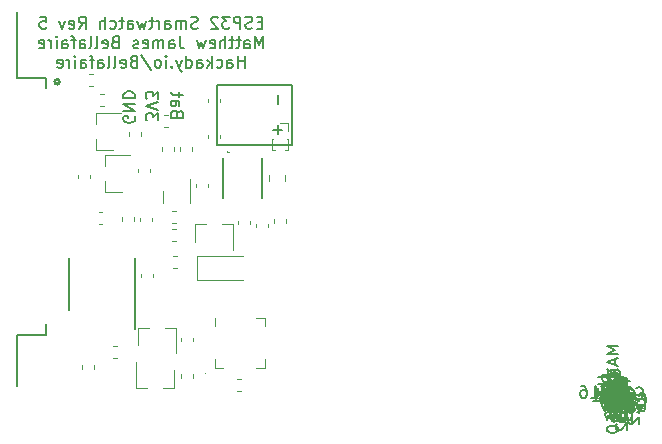
<source format=gbr>
G04 #@! TF.GenerationSoftware,KiCad,Pcbnew,(5.1.7)-1*
G04 #@! TF.CreationDate,2021-01-26T15:50:25-05:00*
G04 #@! TF.ProjectId,SmartWatch V5,536d6172-7457-4617-9463-682056352e6b,rev?*
G04 #@! TF.SameCoordinates,Original*
G04 #@! TF.FileFunction,Legend,Bot*
G04 #@! TF.FilePolarity,Positive*
%FSLAX46Y46*%
G04 Gerber Fmt 4.6, Leading zero omitted, Abs format (unit mm)*
G04 Created by KiCad (PCBNEW (5.1.7)-1) date 2021-01-26 15:50:25*
%MOMM*%
%LPD*%
G01*
G04 APERTURE LIST*
%ADD10C,0.150000*%
%ADD11C,0.120000*%
%ADD12C,0.152400*%
%ADD13C,0.100000*%
%ADD14C,0.127000*%
%ADD15C,0.250000*%
%ADD16C,0.015000*%
G04 APERTURE END LIST*
D10*
X91432000Y-74675904D02*
X91479619Y-74771142D01*
X91479619Y-74914000D01*
X91432000Y-75056857D01*
X91336761Y-75152095D01*
X91241523Y-75199714D01*
X91051047Y-75247333D01*
X90908190Y-75247333D01*
X90717714Y-75199714D01*
X90622476Y-75152095D01*
X90527238Y-75056857D01*
X90479619Y-74914000D01*
X90479619Y-74818761D01*
X90527238Y-74675904D01*
X90574857Y-74628285D01*
X90908190Y-74628285D01*
X90908190Y-74818761D01*
X90479619Y-74199714D02*
X91479619Y-74199714D01*
X90479619Y-73628285D01*
X91479619Y-73628285D01*
X90479619Y-73152095D02*
X91479619Y-73152095D01*
X91479619Y-72914000D01*
X91432000Y-72771142D01*
X91336761Y-72675904D01*
X91241523Y-72628285D01*
X91051047Y-72580666D01*
X90908190Y-72580666D01*
X90717714Y-72628285D01*
X90622476Y-72675904D01*
X90527238Y-72771142D01*
X90479619Y-72914000D01*
X90479619Y-73152095D01*
X93384619Y-75025095D02*
X93384619Y-74406047D01*
X93003666Y-74739380D01*
X93003666Y-74596523D01*
X92956047Y-74501285D01*
X92908428Y-74453666D01*
X92813190Y-74406047D01*
X92575095Y-74406047D01*
X92479857Y-74453666D01*
X92432238Y-74501285D01*
X92384619Y-74596523D01*
X92384619Y-74882238D01*
X92432238Y-74977476D01*
X92479857Y-75025095D01*
X93384619Y-74120333D02*
X92384619Y-73787000D01*
X93384619Y-73453666D01*
X93384619Y-73215571D02*
X93384619Y-72596523D01*
X93003666Y-72929857D01*
X93003666Y-72787000D01*
X92956047Y-72691761D01*
X92908428Y-72644142D01*
X92813190Y-72596523D01*
X92575095Y-72596523D01*
X92479857Y-72644142D01*
X92432238Y-72691761D01*
X92384619Y-72787000D01*
X92384619Y-73072714D01*
X92432238Y-73167952D01*
X92479857Y-73215571D01*
X95067428Y-74453666D02*
X95019809Y-74310809D01*
X94972190Y-74263190D01*
X94876952Y-74215571D01*
X94734095Y-74215571D01*
X94638857Y-74263190D01*
X94591238Y-74310809D01*
X94543619Y-74406047D01*
X94543619Y-74787000D01*
X95543619Y-74787000D01*
X95543619Y-74453666D01*
X95496000Y-74358428D01*
X95448380Y-74310809D01*
X95353142Y-74263190D01*
X95257904Y-74263190D01*
X95162666Y-74310809D01*
X95115047Y-74358428D01*
X95067428Y-74453666D01*
X95067428Y-74787000D01*
X94543619Y-73358428D02*
X95067428Y-73358428D01*
X95162666Y-73406047D01*
X95210285Y-73501285D01*
X95210285Y-73691761D01*
X95162666Y-73787000D01*
X94591238Y-73358428D02*
X94543619Y-73453666D01*
X94543619Y-73691761D01*
X94591238Y-73787000D01*
X94686476Y-73834619D01*
X94781714Y-73834619D01*
X94876952Y-73787000D01*
X94924571Y-73691761D01*
X94924571Y-73453666D01*
X94972190Y-73358428D01*
X95210285Y-73025095D02*
X95210285Y-72644142D01*
X95543619Y-72882238D02*
X94686476Y-72882238D01*
X94591238Y-72834619D01*
X94543619Y-72739380D01*
X94543619Y-72644142D01*
X102241761Y-66731571D02*
X101908428Y-66731571D01*
X101765571Y-67255380D02*
X102241761Y-67255380D01*
X102241761Y-66255380D01*
X101765571Y-66255380D01*
X101384619Y-67207761D02*
X101241761Y-67255380D01*
X101003666Y-67255380D01*
X100908428Y-67207761D01*
X100860809Y-67160142D01*
X100813190Y-67064904D01*
X100813190Y-66969666D01*
X100860809Y-66874428D01*
X100908428Y-66826809D01*
X101003666Y-66779190D01*
X101194142Y-66731571D01*
X101289380Y-66683952D01*
X101337000Y-66636333D01*
X101384619Y-66541095D01*
X101384619Y-66445857D01*
X101337000Y-66350619D01*
X101289380Y-66303000D01*
X101194142Y-66255380D01*
X100956047Y-66255380D01*
X100813190Y-66303000D01*
X100384619Y-67255380D02*
X100384619Y-66255380D01*
X100003666Y-66255380D01*
X99908428Y-66303000D01*
X99860809Y-66350619D01*
X99813190Y-66445857D01*
X99813190Y-66588714D01*
X99860809Y-66683952D01*
X99908428Y-66731571D01*
X100003666Y-66779190D01*
X100384619Y-66779190D01*
X99479857Y-66255380D02*
X98860809Y-66255380D01*
X99194142Y-66636333D01*
X99051285Y-66636333D01*
X98956047Y-66683952D01*
X98908428Y-66731571D01*
X98860809Y-66826809D01*
X98860809Y-67064904D01*
X98908428Y-67160142D01*
X98956047Y-67207761D01*
X99051285Y-67255380D01*
X99337000Y-67255380D01*
X99432238Y-67207761D01*
X99479857Y-67160142D01*
X98479857Y-66350619D02*
X98432238Y-66303000D01*
X98337000Y-66255380D01*
X98098904Y-66255380D01*
X98003666Y-66303000D01*
X97956047Y-66350619D01*
X97908428Y-66445857D01*
X97908428Y-66541095D01*
X97956047Y-66683952D01*
X98527476Y-67255380D01*
X97908428Y-67255380D01*
X96765571Y-67207761D02*
X96622714Y-67255380D01*
X96384619Y-67255380D01*
X96289380Y-67207761D01*
X96241761Y-67160142D01*
X96194142Y-67064904D01*
X96194142Y-66969666D01*
X96241761Y-66874428D01*
X96289380Y-66826809D01*
X96384619Y-66779190D01*
X96575095Y-66731571D01*
X96670333Y-66683952D01*
X96717952Y-66636333D01*
X96765571Y-66541095D01*
X96765571Y-66445857D01*
X96717952Y-66350619D01*
X96670333Y-66303000D01*
X96575095Y-66255380D01*
X96337000Y-66255380D01*
X96194142Y-66303000D01*
X95765571Y-67255380D02*
X95765571Y-66588714D01*
X95765571Y-66683952D02*
X95717952Y-66636333D01*
X95622714Y-66588714D01*
X95479857Y-66588714D01*
X95384619Y-66636333D01*
X95337000Y-66731571D01*
X95337000Y-67255380D01*
X95337000Y-66731571D02*
X95289380Y-66636333D01*
X95194142Y-66588714D01*
X95051285Y-66588714D01*
X94956047Y-66636333D01*
X94908428Y-66731571D01*
X94908428Y-67255380D01*
X94003666Y-67255380D02*
X94003666Y-66731571D01*
X94051285Y-66636333D01*
X94146523Y-66588714D01*
X94337000Y-66588714D01*
X94432238Y-66636333D01*
X94003666Y-67207761D02*
X94098904Y-67255380D01*
X94337000Y-67255380D01*
X94432238Y-67207761D01*
X94479857Y-67112523D01*
X94479857Y-67017285D01*
X94432238Y-66922047D01*
X94337000Y-66874428D01*
X94098904Y-66874428D01*
X94003666Y-66826809D01*
X93527476Y-67255380D02*
X93527476Y-66588714D01*
X93527476Y-66779190D02*
X93479857Y-66683952D01*
X93432238Y-66636333D01*
X93337000Y-66588714D01*
X93241761Y-66588714D01*
X93051285Y-66588714D02*
X92670333Y-66588714D01*
X92908428Y-66255380D02*
X92908428Y-67112523D01*
X92860809Y-67207761D01*
X92765571Y-67255380D01*
X92670333Y-67255380D01*
X92432238Y-66588714D02*
X92241761Y-67255380D01*
X92051285Y-66779190D01*
X91860809Y-67255380D01*
X91670333Y-66588714D01*
X90860809Y-67255380D02*
X90860809Y-66731571D01*
X90908428Y-66636333D01*
X91003666Y-66588714D01*
X91194142Y-66588714D01*
X91289380Y-66636333D01*
X90860809Y-67207761D02*
X90956047Y-67255380D01*
X91194142Y-67255380D01*
X91289380Y-67207761D01*
X91337000Y-67112523D01*
X91337000Y-67017285D01*
X91289380Y-66922047D01*
X91194142Y-66874428D01*
X90956047Y-66874428D01*
X90860809Y-66826809D01*
X90527476Y-66588714D02*
X90146523Y-66588714D01*
X90384619Y-66255380D02*
X90384619Y-67112523D01*
X90337000Y-67207761D01*
X90241761Y-67255380D01*
X90146523Y-67255380D01*
X89384619Y-67207761D02*
X89479857Y-67255380D01*
X89670333Y-67255380D01*
X89765571Y-67207761D01*
X89813190Y-67160142D01*
X89860809Y-67064904D01*
X89860809Y-66779190D01*
X89813190Y-66683952D01*
X89765571Y-66636333D01*
X89670333Y-66588714D01*
X89479857Y-66588714D01*
X89384619Y-66636333D01*
X88956047Y-67255380D02*
X88956047Y-66255380D01*
X88527476Y-67255380D02*
X88527476Y-66731571D01*
X88575095Y-66636333D01*
X88670333Y-66588714D01*
X88813190Y-66588714D01*
X88908428Y-66636333D01*
X88956047Y-66683952D01*
X86717952Y-67255380D02*
X87051285Y-66779190D01*
X87289380Y-67255380D02*
X87289380Y-66255380D01*
X86908428Y-66255380D01*
X86813190Y-66303000D01*
X86765571Y-66350619D01*
X86717952Y-66445857D01*
X86717952Y-66588714D01*
X86765571Y-66683952D01*
X86813190Y-66731571D01*
X86908428Y-66779190D01*
X87289380Y-66779190D01*
X85908428Y-67207761D02*
X86003666Y-67255380D01*
X86194142Y-67255380D01*
X86289380Y-67207761D01*
X86337000Y-67112523D01*
X86337000Y-66731571D01*
X86289380Y-66636333D01*
X86194142Y-66588714D01*
X86003666Y-66588714D01*
X85908428Y-66636333D01*
X85860809Y-66731571D01*
X85860809Y-66826809D01*
X86337000Y-66922047D01*
X85527476Y-66588714D02*
X85289380Y-67255380D01*
X85051285Y-66588714D01*
X83432238Y-66255380D02*
X83908428Y-66255380D01*
X83956047Y-66731571D01*
X83908428Y-66683952D01*
X83813190Y-66636333D01*
X83575095Y-66636333D01*
X83479857Y-66683952D01*
X83432238Y-66731571D01*
X83384619Y-66826809D01*
X83384619Y-67064904D01*
X83432238Y-67160142D01*
X83479857Y-67207761D01*
X83575095Y-67255380D01*
X83813190Y-67255380D01*
X83908428Y-67207761D01*
X83956047Y-67160142D01*
X102313190Y-68905380D02*
X102313190Y-67905380D01*
X101979857Y-68619666D01*
X101646523Y-67905380D01*
X101646523Y-68905380D01*
X100741761Y-68905380D02*
X100741761Y-68381571D01*
X100789380Y-68286333D01*
X100884619Y-68238714D01*
X101075095Y-68238714D01*
X101170333Y-68286333D01*
X100741761Y-68857761D02*
X100837000Y-68905380D01*
X101075095Y-68905380D01*
X101170333Y-68857761D01*
X101217952Y-68762523D01*
X101217952Y-68667285D01*
X101170333Y-68572047D01*
X101075095Y-68524428D01*
X100837000Y-68524428D01*
X100741761Y-68476809D01*
X100408428Y-68238714D02*
X100027476Y-68238714D01*
X100265571Y-67905380D02*
X100265571Y-68762523D01*
X100217952Y-68857761D01*
X100122714Y-68905380D01*
X100027476Y-68905380D01*
X99837000Y-68238714D02*
X99456047Y-68238714D01*
X99694142Y-67905380D02*
X99694142Y-68762523D01*
X99646523Y-68857761D01*
X99551285Y-68905380D01*
X99456047Y-68905380D01*
X99122714Y-68905380D02*
X99122714Y-67905380D01*
X98694142Y-68905380D02*
X98694142Y-68381571D01*
X98741761Y-68286333D01*
X98837000Y-68238714D01*
X98979857Y-68238714D01*
X99075095Y-68286333D01*
X99122714Y-68333952D01*
X97837000Y-68857761D02*
X97932238Y-68905380D01*
X98122714Y-68905380D01*
X98217952Y-68857761D01*
X98265571Y-68762523D01*
X98265571Y-68381571D01*
X98217952Y-68286333D01*
X98122714Y-68238714D01*
X97932238Y-68238714D01*
X97837000Y-68286333D01*
X97789380Y-68381571D01*
X97789380Y-68476809D01*
X98265571Y-68572047D01*
X97456047Y-68238714D02*
X97265571Y-68905380D01*
X97075095Y-68429190D01*
X96884619Y-68905380D01*
X96694142Y-68238714D01*
X95265571Y-67905380D02*
X95265571Y-68619666D01*
X95313190Y-68762523D01*
X95408428Y-68857761D01*
X95551285Y-68905380D01*
X95646523Y-68905380D01*
X94360809Y-68905380D02*
X94360809Y-68381571D01*
X94408428Y-68286333D01*
X94503666Y-68238714D01*
X94694142Y-68238714D01*
X94789380Y-68286333D01*
X94360809Y-68857761D02*
X94456047Y-68905380D01*
X94694142Y-68905380D01*
X94789380Y-68857761D01*
X94837000Y-68762523D01*
X94837000Y-68667285D01*
X94789380Y-68572047D01*
X94694142Y-68524428D01*
X94456047Y-68524428D01*
X94360809Y-68476809D01*
X93884619Y-68905380D02*
X93884619Y-68238714D01*
X93884619Y-68333952D02*
X93837000Y-68286333D01*
X93741761Y-68238714D01*
X93598904Y-68238714D01*
X93503666Y-68286333D01*
X93456047Y-68381571D01*
X93456047Y-68905380D01*
X93456047Y-68381571D02*
X93408428Y-68286333D01*
X93313190Y-68238714D01*
X93170333Y-68238714D01*
X93075095Y-68286333D01*
X93027476Y-68381571D01*
X93027476Y-68905380D01*
X92170333Y-68857761D02*
X92265571Y-68905380D01*
X92456047Y-68905380D01*
X92551285Y-68857761D01*
X92598904Y-68762523D01*
X92598904Y-68381571D01*
X92551285Y-68286333D01*
X92456047Y-68238714D01*
X92265571Y-68238714D01*
X92170333Y-68286333D01*
X92122714Y-68381571D01*
X92122714Y-68476809D01*
X92598904Y-68572047D01*
X91741761Y-68857761D02*
X91646523Y-68905380D01*
X91456047Y-68905380D01*
X91360809Y-68857761D01*
X91313190Y-68762523D01*
X91313190Y-68714904D01*
X91360809Y-68619666D01*
X91456047Y-68572047D01*
X91598904Y-68572047D01*
X91694142Y-68524428D01*
X91741761Y-68429190D01*
X91741761Y-68381571D01*
X91694142Y-68286333D01*
X91598904Y-68238714D01*
X91456047Y-68238714D01*
X91360809Y-68286333D01*
X89789380Y-68381571D02*
X89646523Y-68429190D01*
X89598904Y-68476809D01*
X89551285Y-68572047D01*
X89551285Y-68714904D01*
X89598904Y-68810142D01*
X89646523Y-68857761D01*
X89741761Y-68905380D01*
X90122714Y-68905380D01*
X90122714Y-67905380D01*
X89789380Y-67905380D01*
X89694142Y-67953000D01*
X89646523Y-68000619D01*
X89598904Y-68095857D01*
X89598904Y-68191095D01*
X89646523Y-68286333D01*
X89694142Y-68333952D01*
X89789380Y-68381571D01*
X90122714Y-68381571D01*
X88741761Y-68857761D02*
X88837000Y-68905380D01*
X89027476Y-68905380D01*
X89122714Y-68857761D01*
X89170333Y-68762523D01*
X89170333Y-68381571D01*
X89122714Y-68286333D01*
X89027476Y-68238714D01*
X88837000Y-68238714D01*
X88741761Y-68286333D01*
X88694142Y-68381571D01*
X88694142Y-68476809D01*
X89170333Y-68572047D01*
X88122714Y-68905380D02*
X88217952Y-68857761D01*
X88265571Y-68762523D01*
X88265571Y-67905380D01*
X87598904Y-68905380D02*
X87694142Y-68857761D01*
X87741761Y-68762523D01*
X87741761Y-67905380D01*
X86789380Y-68905380D02*
X86789380Y-68381571D01*
X86837000Y-68286333D01*
X86932238Y-68238714D01*
X87122714Y-68238714D01*
X87217952Y-68286333D01*
X86789380Y-68857761D02*
X86884619Y-68905380D01*
X87122714Y-68905380D01*
X87217952Y-68857761D01*
X87265571Y-68762523D01*
X87265571Y-68667285D01*
X87217952Y-68572047D01*
X87122714Y-68524428D01*
X86884619Y-68524428D01*
X86789380Y-68476809D01*
X86456047Y-68238714D02*
X86075095Y-68238714D01*
X86313190Y-68905380D02*
X86313190Y-68048238D01*
X86265571Y-67953000D01*
X86170333Y-67905380D01*
X86075095Y-67905380D01*
X85313190Y-68905380D02*
X85313190Y-68381571D01*
X85360809Y-68286333D01*
X85456047Y-68238714D01*
X85646523Y-68238714D01*
X85741761Y-68286333D01*
X85313190Y-68857761D02*
X85408428Y-68905380D01*
X85646523Y-68905380D01*
X85741761Y-68857761D01*
X85789380Y-68762523D01*
X85789380Y-68667285D01*
X85741761Y-68572047D01*
X85646523Y-68524428D01*
X85408428Y-68524428D01*
X85313190Y-68476809D01*
X84837000Y-68905380D02*
X84837000Y-68238714D01*
X84837000Y-67905380D02*
X84884619Y-67953000D01*
X84837000Y-68000619D01*
X84789380Y-67953000D01*
X84837000Y-67905380D01*
X84837000Y-68000619D01*
X84360809Y-68905380D02*
X84360809Y-68238714D01*
X84360809Y-68429190D02*
X84313190Y-68333952D01*
X84265571Y-68286333D01*
X84170333Y-68238714D01*
X84075095Y-68238714D01*
X83360809Y-68857761D02*
X83456047Y-68905380D01*
X83646523Y-68905380D01*
X83741761Y-68857761D01*
X83789380Y-68762523D01*
X83789380Y-68381571D01*
X83741761Y-68286333D01*
X83646523Y-68238714D01*
X83456047Y-68238714D01*
X83360809Y-68286333D01*
X83313190Y-68381571D01*
X83313190Y-68476809D01*
X83789380Y-68572047D01*
X100765571Y-70555380D02*
X100765571Y-69555380D01*
X100765571Y-70031571D02*
X100194142Y-70031571D01*
X100194142Y-70555380D02*
X100194142Y-69555380D01*
X99289380Y-70555380D02*
X99289380Y-70031571D01*
X99337000Y-69936333D01*
X99432238Y-69888714D01*
X99622714Y-69888714D01*
X99717952Y-69936333D01*
X99289380Y-70507761D02*
X99384619Y-70555380D01*
X99622714Y-70555380D01*
X99717952Y-70507761D01*
X99765571Y-70412523D01*
X99765571Y-70317285D01*
X99717952Y-70222047D01*
X99622714Y-70174428D01*
X99384619Y-70174428D01*
X99289380Y-70126809D01*
X98384619Y-70507761D02*
X98479857Y-70555380D01*
X98670333Y-70555380D01*
X98765571Y-70507761D01*
X98813190Y-70460142D01*
X98860809Y-70364904D01*
X98860809Y-70079190D01*
X98813190Y-69983952D01*
X98765571Y-69936333D01*
X98670333Y-69888714D01*
X98479857Y-69888714D01*
X98384619Y-69936333D01*
X97956047Y-70555380D02*
X97956047Y-69555380D01*
X97860809Y-70174428D02*
X97575095Y-70555380D01*
X97575095Y-69888714D02*
X97956047Y-70269666D01*
X96717952Y-70555380D02*
X96717952Y-70031571D01*
X96765571Y-69936333D01*
X96860809Y-69888714D01*
X97051285Y-69888714D01*
X97146523Y-69936333D01*
X96717952Y-70507761D02*
X96813190Y-70555380D01*
X97051285Y-70555380D01*
X97146523Y-70507761D01*
X97194142Y-70412523D01*
X97194142Y-70317285D01*
X97146523Y-70222047D01*
X97051285Y-70174428D01*
X96813190Y-70174428D01*
X96717952Y-70126809D01*
X95813190Y-70555380D02*
X95813190Y-69555380D01*
X95813190Y-70507761D02*
X95908428Y-70555380D01*
X96098904Y-70555380D01*
X96194142Y-70507761D01*
X96241761Y-70460142D01*
X96289380Y-70364904D01*
X96289380Y-70079190D01*
X96241761Y-69983952D01*
X96194142Y-69936333D01*
X96098904Y-69888714D01*
X95908428Y-69888714D01*
X95813190Y-69936333D01*
X95432238Y-69888714D02*
X95194142Y-70555380D01*
X94956047Y-69888714D02*
X95194142Y-70555380D01*
X95289380Y-70793476D01*
X95337000Y-70841095D01*
X95432238Y-70888714D01*
X94575095Y-70460142D02*
X94527476Y-70507761D01*
X94575095Y-70555380D01*
X94622714Y-70507761D01*
X94575095Y-70460142D01*
X94575095Y-70555380D01*
X94098904Y-70555380D02*
X94098904Y-69888714D01*
X94098904Y-69555380D02*
X94146523Y-69603000D01*
X94098904Y-69650619D01*
X94051285Y-69603000D01*
X94098904Y-69555380D01*
X94098904Y-69650619D01*
X93479857Y-70555380D02*
X93575095Y-70507761D01*
X93622714Y-70460142D01*
X93670333Y-70364904D01*
X93670333Y-70079190D01*
X93622714Y-69983952D01*
X93575095Y-69936333D01*
X93479857Y-69888714D01*
X93337000Y-69888714D01*
X93241761Y-69936333D01*
X93194142Y-69983952D01*
X93146523Y-70079190D01*
X93146523Y-70364904D01*
X93194142Y-70460142D01*
X93241761Y-70507761D01*
X93337000Y-70555380D01*
X93479857Y-70555380D01*
X92003666Y-69507761D02*
X92860809Y-70793476D01*
X91337000Y-70031571D02*
X91194142Y-70079190D01*
X91146523Y-70126809D01*
X91098904Y-70222047D01*
X91098904Y-70364904D01*
X91146523Y-70460142D01*
X91194142Y-70507761D01*
X91289380Y-70555380D01*
X91670333Y-70555380D01*
X91670333Y-69555380D01*
X91337000Y-69555380D01*
X91241761Y-69603000D01*
X91194142Y-69650619D01*
X91146523Y-69745857D01*
X91146523Y-69841095D01*
X91194142Y-69936333D01*
X91241761Y-69983952D01*
X91337000Y-70031571D01*
X91670333Y-70031571D01*
X90289380Y-70507761D02*
X90384619Y-70555380D01*
X90575095Y-70555380D01*
X90670333Y-70507761D01*
X90717952Y-70412523D01*
X90717952Y-70031571D01*
X90670333Y-69936333D01*
X90575095Y-69888714D01*
X90384619Y-69888714D01*
X90289380Y-69936333D01*
X90241761Y-70031571D01*
X90241761Y-70126809D01*
X90717952Y-70222047D01*
X89670333Y-70555380D02*
X89765571Y-70507761D01*
X89813190Y-70412523D01*
X89813190Y-69555380D01*
X89146523Y-70555380D02*
X89241761Y-70507761D01*
X89289380Y-70412523D01*
X89289380Y-69555380D01*
X88337000Y-70555380D02*
X88337000Y-70031571D01*
X88384619Y-69936333D01*
X88479857Y-69888714D01*
X88670333Y-69888714D01*
X88765571Y-69936333D01*
X88337000Y-70507761D02*
X88432238Y-70555380D01*
X88670333Y-70555380D01*
X88765571Y-70507761D01*
X88813190Y-70412523D01*
X88813190Y-70317285D01*
X88765571Y-70222047D01*
X88670333Y-70174428D01*
X88432238Y-70174428D01*
X88337000Y-70126809D01*
X88003666Y-69888714D02*
X87622714Y-69888714D01*
X87860809Y-70555380D02*
X87860809Y-69698238D01*
X87813190Y-69603000D01*
X87717952Y-69555380D01*
X87622714Y-69555380D01*
X86860809Y-70555380D02*
X86860809Y-70031571D01*
X86908428Y-69936333D01*
X87003666Y-69888714D01*
X87194142Y-69888714D01*
X87289380Y-69936333D01*
X86860809Y-70507761D02*
X86956047Y-70555380D01*
X87194142Y-70555380D01*
X87289380Y-70507761D01*
X87337000Y-70412523D01*
X87337000Y-70317285D01*
X87289380Y-70222047D01*
X87194142Y-70174428D01*
X86956047Y-70174428D01*
X86860809Y-70126809D01*
X86384619Y-70555380D02*
X86384619Y-69888714D01*
X86384619Y-69555380D02*
X86432238Y-69603000D01*
X86384619Y-69650619D01*
X86337000Y-69603000D01*
X86384619Y-69555380D01*
X86384619Y-69650619D01*
X85908428Y-70555380D02*
X85908428Y-69888714D01*
X85908428Y-70079190D02*
X85860809Y-69983952D01*
X85813190Y-69936333D01*
X85717952Y-69888714D01*
X85622714Y-69888714D01*
X84908428Y-70507761D02*
X85003666Y-70555380D01*
X85194142Y-70555380D01*
X85289380Y-70507761D01*
X85337000Y-70412523D01*
X85337000Y-70031571D01*
X85289380Y-69936333D01*
X85194142Y-69888714D01*
X85003666Y-69888714D01*
X84908428Y-69936333D01*
X84860809Y-70031571D01*
X84860809Y-70126809D01*
X85337000Y-70222047D01*
D11*
X87632000Y-79944279D02*
X87632000Y-79618721D01*
X86612000Y-79944279D02*
X86612000Y-79618721D01*
X88483221Y-73789000D02*
X88808779Y-73789000D01*
X88483221Y-72769000D02*
X88808779Y-72769000D01*
X86993000Y-95722221D02*
X86993000Y-96047779D01*
X88013000Y-95722221D02*
X88013000Y-96047779D01*
X87919779Y-71118000D02*
X87594221Y-71118000D01*
X87919779Y-72138000D02*
X87594221Y-72138000D01*
X94680721Y-87505000D02*
X95006279Y-87505000D01*
X94680721Y-86485000D02*
X95006279Y-86485000D01*
X94269779Y-74547000D02*
X93944221Y-74547000D01*
X94269779Y-75567000D02*
X93944221Y-75567000D01*
X88140000Y-77526000D02*
X88140000Y-76596000D01*
X88140000Y-74366000D02*
X88140000Y-75296000D01*
X88140000Y-74366000D02*
X90300000Y-74366000D01*
X88140000Y-77526000D02*
X89600000Y-77526000D01*
D10*
X85921000Y-91100000D02*
X85921000Y-86700000D01*
X91446000Y-92675000D02*
X91446000Y-86700000D01*
D11*
X93886000Y-81026000D02*
X93886000Y-82026000D01*
X96106000Y-80026000D02*
X96106000Y-82026000D01*
X98220000Y-95238000D02*
X98220000Y-95963000D01*
X98220000Y-95963000D02*
X98945000Y-95963000D01*
X102440000Y-92468000D02*
X102440000Y-91743000D01*
X102440000Y-91743000D02*
X101715000Y-91743000D01*
X102440000Y-95238000D02*
X102440000Y-95963000D01*
X102440000Y-95963000D02*
X101715000Y-95963000D01*
X98220000Y-92468000D02*
X98220000Y-91743000D01*
D12*
X102260400Y-78206600D02*
X102260400Y-81559400D01*
X98907600Y-81559400D02*
X98907600Y-78206600D01*
X99434749Y-77784042D02*
G75*
G02*
X99307800Y-77727200I-50749J56842D01*
G01*
D11*
X104454000Y-77506000D02*
X104153493Y-77506000D01*
X103364507Y-77506000D02*
X103064000Y-77506000D01*
X104454000Y-76631000D02*
X104454000Y-77506000D01*
X103064000Y-76631000D02*
X103064000Y-77506000D01*
X104454000Y-76631000D02*
X104367276Y-76631000D01*
X103150724Y-76631000D02*
X103064000Y-76631000D01*
X104454000Y-75946000D02*
X104454000Y-75261000D01*
X104454000Y-75261000D02*
X103759000Y-75261000D01*
X90930000Y-76037221D02*
X90930000Y-76362779D01*
X91950000Y-76037221D02*
X91950000Y-76362779D01*
X102795000Y-79624422D02*
X102795000Y-80141578D01*
X104215000Y-79624422D02*
X104215000Y-80141578D01*
X91692000Y-79110721D02*
X91692000Y-79436279D01*
X92712000Y-79110721D02*
X92712000Y-79436279D01*
X92966000Y-88326279D02*
X92966000Y-88000721D01*
X91946000Y-88326279D02*
X91946000Y-88000721D01*
X101221000Y-83830279D02*
X101221000Y-83504721D01*
X100201000Y-83830279D02*
X100201000Y-83504721D01*
X89651721Y-95125000D02*
X89977279Y-95125000D01*
X89651721Y-94105000D02*
X89977279Y-94105000D01*
X91882500Y-83250721D02*
X91882500Y-83576279D01*
X92902500Y-83250721D02*
X92902500Y-83576279D01*
X90358500Y-83238221D02*
X90358500Y-83563779D01*
X91378500Y-83238221D02*
X91378500Y-83563779D01*
X95375000Y-96509721D02*
X95375000Y-96835279D01*
X96395000Y-96509721D02*
X96395000Y-96835279D01*
X96395000Y-93736279D02*
X96395000Y-93410721D01*
X95375000Y-93736279D02*
X95375000Y-93410721D01*
X98681000Y-76553279D02*
X98681000Y-76227721D01*
X97661000Y-76553279D02*
X97661000Y-76227721D01*
X97665000Y-80706279D02*
X97665000Y-80380721D01*
X96645000Y-80706279D02*
X96645000Y-80380721D01*
X104269000Y-83728779D02*
X104269000Y-83403221D01*
X103249000Y-83728779D02*
X103249000Y-83403221D01*
X88918000Y-81082000D02*
X88918000Y-80152000D01*
X88918000Y-77922000D02*
X88918000Y-78852000D01*
X88918000Y-77922000D02*
X91078000Y-77922000D01*
X88918000Y-81082000D02*
X90378000Y-81082000D01*
X91765000Y-92569000D02*
X92695000Y-92569000D01*
X94925000Y-92569000D02*
X93995000Y-92569000D01*
X94925000Y-92569000D02*
X94925000Y-94729000D01*
X91765000Y-92569000D02*
X91765000Y-94029000D01*
X94737000Y-97645000D02*
X93807000Y-97645000D01*
X91577000Y-97645000D02*
X92507000Y-97645000D01*
X91577000Y-97645000D02*
X91577000Y-95485000D01*
X94737000Y-97645000D02*
X94737000Y-96185000D01*
X96591000Y-83822000D02*
X97521000Y-83822000D01*
X99751000Y-83822000D02*
X98821000Y-83822000D01*
X99751000Y-83822000D02*
X99751000Y-85982000D01*
X96591000Y-83822000D02*
X96591000Y-85282000D01*
D10*
X104775000Y-72009000D02*
X98425000Y-72009000D01*
X104775000Y-77089000D02*
X104775000Y-72009000D01*
X98425000Y-77089000D02*
X104775000Y-77089000D01*
X98425000Y-72009000D02*
X98425000Y-77089000D01*
D13*
X97459000Y-96483000D02*
G75*
G03*
X97459000Y-96483000I-50000J0D01*
G01*
D11*
X96746500Y-88503000D02*
X96746500Y-86503000D01*
X96746500Y-86503000D02*
X100646500Y-86503000D01*
X96746500Y-88503000D02*
X100646500Y-88503000D01*
X88394221Y-83822000D02*
X88719779Y-83822000D01*
X88394221Y-82802000D02*
X88719779Y-82802000D01*
X96331500Y-77607279D02*
X96331500Y-77281721D01*
X95311500Y-77607279D02*
X95311500Y-77281721D01*
X101725000Y-83758721D02*
X101725000Y-84084279D01*
X102745000Y-83758721D02*
X102745000Y-84084279D01*
X94744000Y-77607279D02*
X94744000Y-77281721D01*
X93724000Y-77607279D02*
X93724000Y-77281721D01*
X94930279Y-82675000D02*
X94604721Y-82675000D01*
X94930279Y-83695000D02*
X94604721Y-83695000D01*
X100467279Y-96899000D02*
X100141721Y-96899000D01*
X100467279Y-97919000D02*
X100141721Y-97919000D01*
X94930279Y-84199000D02*
X94604721Y-84199000D01*
X94930279Y-85219000D02*
X94604721Y-85219000D01*
X98681000Y-73505279D02*
X98681000Y-73179721D01*
X97661000Y-73505279D02*
X97661000Y-73179721D01*
D14*
X81443000Y-71403000D02*
X81443000Y-65813000D01*
X83943000Y-71403000D02*
X81443000Y-71403000D01*
X83943000Y-71403000D02*
X83943000Y-72303000D01*
X81443000Y-93203000D02*
X81443000Y-97503000D01*
X83943000Y-93203000D02*
X81443000Y-93203000D01*
X83943000Y-93203000D02*
X83943000Y-92303000D01*
D15*
X85086000Y-71766000D02*
G75*
G03*
X85086000Y-71766000I-200000J0D01*
G01*
D10*
X132945142Y-97782142D02*
X132992761Y-97734523D01*
X133040380Y-97591666D01*
X133040380Y-97496428D01*
X132992761Y-97353571D01*
X132897523Y-97258333D01*
X132802285Y-97210714D01*
X132611809Y-97163095D01*
X132468952Y-97163095D01*
X132278476Y-97210714D01*
X132183238Y-97258333D01*
X132088000Y-97353571D01*
X132040380Y-97496428D01*
X132040380Y-97591666D01*
X132088000Y-97734523D01*
X132135619Y-97782142D01*
X133040380Y-98734523D02*
X133040380Y-98163095D01*
X133040380Y-98448809D02*
X132040380Y-98448809D01*
X132183238Y-98353571D01*
X132278476Y-98258333D01*
X132326095Y-98163095D01*
X132040380Y-99639285D02*
X132040380Y-99163095D01*
X132516571Y-99115476D01*
X132468952Y-99163095D01*
X132421333Y-99258333D01*
X132421333Y-99496428D01*
X132468952Y-99591666D01*
X132516571Y-99639285D01*
X132611809Y-99686904D01*
X132849904Y-99686904D01*
X132945142Y-99639285D01*
X132992761Y-99591666D01*
X133040380Y-99496428D01*
X133040380Y-99258333D01*
X132992761Y-99163095D01*
X132945142Y-99115476D01*
X134119857Y-99036142D02*
X134167476Y-99083761D01*
X134310333Y-99131380D01*
X134405571Y-99131380D01*
X134548428Y-99083761D01*
X134643666Y-98988523D01*
X134691285Y-98893285D01*
X134738904Y-98702809D01*
X134738904Y-98559952D01*
X134691285Y-98369476D01*
X134643666Y-98274238D01*
X134548428Y-98179000D01*
X134405571Y-98131380D01*
X134310333Y-98131380D01*
X134167476Y-98179000D01*
X134119857Y-98226619D01*
X133167476Y-99131380D02*
X133738904Y-99131380D01*
X133453190Y-99131380D02*
X133453190Y-98131380D01*
X133548428Y-98274238D01*
X133643666Y-98369476D01*
X133738904Y-98417095D01*
X132310333Y-98464714D02*
X132310333Y-99131380D01*
X132548428Y-98083761D02*
X132786523Y-98798047D01*
X132167476Y-98798047D01*
X133072142Y-97401142D02*
X133119761Y-97353523D01*
X133167380Y-97210666D01*
X133167380Y-97115428D01*
X133119761Y-96972571D01*
X133024523Y-96877333D01*
X132929285Y-96829714D01*
X132738809Y-96782095D01*
X132595952Y-96782095D01*
X132405476Y-96829714D01*
X132310238Y-96877333D01*
X132215000Y-96972571D01*
X132167380Y-97115428D01*
X132167380Y-97210666D01*
X132215000Y-97353523D01*
X132262619Y-97401142D01*
X133167380Y-98353523D02*
X133167380Y-97782095D01*
X133167380Y-98067809D02*
X132167380Y-98067809D01*
X132310238Y-97972571D01*
X132405476Y-97877333D01*
X132453095Y-97782095D01*
X132167380Y-98686857D02*
X132167380Y-99305904D01*
X132548333Y-98972571D01*
X132548333Y-99115428D01*
X132595952Y-99210666D01*
X132643571Y-99258285D01*
X132738809Y-99305904D01*
X132976904Y-99305904D01*
X133072142Y-99258285D01*
X133119761Y-99210666D01*
X133167380Y-99115428D01*
X133167380Y-98829714D01*
X133119761Y-98734476D01*
X133072142Y-98686857D01*
X134119857Y-99163142D02*
X134167476Y-99210761D01*
X134310333Y-99258380D01*
X134405571Y-99258380D01*
X134548428Y-99210761D01*
X134643666Y-99115523D01*
X134691285Y-99020285D01*
X134738904Y-98829809D01*
X134738904Y-98686952D01*
X134691285Y-98496476D01*
X134643666Y-98401238D01*
X134548428Y-98306000D01*
X134405571Y-98258380D01*
X134310333Y-98258380D01*
X134167476Y-98306000D01*
X134119857Y-98353619D01*
X133167476Y-99258380D02*
X133738904Y-99258380D01*
X133453190Y-99258380D02*
X133453190Y-98258380D01*
X133548428Y-98401238D01*
X133643666Y-98496476D01*
X133738904Y-98544095D01*
X132786523Y-98353619D02*
X132738904Y-98306000D01*
X132643666Y-98258380D01*
X132405571Y-98258380D01*
X132310333Y-98306000D01*
X132262714Y-98353619D01*
X132215095Y-98448857D01*
X132215095Y-98544095D01*
X132262714Y-98686952D01*
X132834142Y-99258380D01*
X132215095Y-99258380D01*
X132627666Y-98401142D02*
X132675285Y-98448761D01*
X132818142Y-98496380D01*
X132913380Y-98496380D01*
X133056238Y-98448761D01*
X133151476Y-98353523D01*
X133199095Y-98258285D01*
X133246714Y-98067809D01*
X133246714Y-97924952D01*
X133199095Y-97734476D01*
X133151476Y-97639238D01*
X133056238Y-97544000D01*
X132913380Y-97496380D01*
X132818142Y-97496380D01*
X132675285Y-97544000D01*
X132627666Y-97591619D01*
X131770523Y-97496380D02*
X131961000Y-97496380D01*
X132056238Y-97544000D01*
X132103857Y-97591619D01*
X132199095Y-97734476D01*
X132246714Y-97924952D01*
X132246714Y-98305904D01*
X132199095Y-98401142D01*
X132151476Y-98448761D01*
X132056238Y-98496380D01*
X131865761Y-98496380D01*
X131770523Y-98448761D01*
X131722904Y-98401142D01*
X131675285Y-98305904D01*
X131675285Y-98067809D01*
X131722904Y-97972571D01*
X131770523Y-97924952D01*
X131865761Y-97877333D01*
X132056238Y-97877333D01*
X132151476Y-97924952D01*
X132199095Y-97972571D01*
X132246714Y-98067809D01*
X132722857Y-99512380D02*
X133056190Y-99036190D01*
X133294285Y-99512380D02*
X133294285Y-98512380D01*
X132913333Y-98512380D01*
X132818095Y-98560000D01*
X132770476Y-98607619D01*
X132722857Y-98702857D01*
X132722857Y-98845714D01*
X132770476Y-98940952D01*
X132818095Y-98988571D01*
X132913333Y-99036190D01*
X133294285Y-99036190D01*
X131770476Y-99512380D02*
X132341904Y-99512380D01*
X132056190Y-99512380D02*
X132056190Y-98512380D01*
X132151428Y-98655238D01*
X132246666Y-98750476D01*
X132341904Y-98798095D01*
X131437142Y-98512380D02*
X130770476Y-98512380D01*
X131199047Y-99512380D01*
X132683238Y-98972619D02*
X132778476Y-98925000D01*
X132873714Y-98829761D01*
X133016571Y-98686904D01*
X133111809Y-98639285D01*
X133207047Y-98639285D01*
X133159428Y-98877380D02*
X133254666Y-98829761D01*
X133349904Y-98734523D01*
X133397523Y-98544047D01*
X133397523Y-98210714D01*
X133349904Y-98020238D01*
X133254666Y-97925000D01*
X133159428Y-97877380D01*
X132968952Y-97877380D01*
X132873714Y-97925000D01*
X132778476Y-98020238D01*
X132730857Y-98210714D01*
X132730857Y-98544047D01*
X132778476Y-98734523D01*
X132873714Y-98829761D01*
X132968952Y-98877380D01*
X133159428Y-98877380D01*
X131826095Y-97877380D02*
X132302285Y-97877380D01*
X132349904Y-98353571D01*
X132302285Y-98305952D01*
X132207047Y-98258333D01*
X131968952Y-98258333D01*
X131873714Y-98305952D01*
X131826095Y-98353571D01*
X131778476Y-98448809D01*
X131778476Y-98686904D01*
X131826095Y-98782142D01*
X131873714Y-98829761D01*
X131968952Y-98877380D01*
X132207047Y-98877380D01*
X132302285Y-98829761D01*
X132349904Y-98782142D01*
X132167380Y-96805904D02*
X132976904Y-96805904D01*
X133072142Y-96853523D01*
X133119761Y-96901142D01*
X133167380Y-96996380D01*
X133167380Y-97186857D01*
X133119761Y-97282095D01*
X133072142Y-97329714D01*
X132976904Y-97377333D01*
X132167380Y-97377333D01*
X133167380Y-98377333D02*
X133167380Y-97805904D01*
X133167380Y-98091619D02*
X132167380Y-98091619D01*
X132310238Y-97996380D01*
X132405476Y-97901142D01*
X132453095Y-97805904D01*
X132167380Y-98996380D02*
X132167380Y-99091619D01*
X132215000Y-99186857D01*
X132262619Y-99234476D01*
X132357857Y-99282095D01*
X132548333Y-99329714D01*
X132786428Y-99329714D01*
X132976904Y-99282095D01*
X133072142Y-99234476D01*
X133119761Y-99186857D01*
X133167380Y-99091619D01*
X133167380Y-98996380D01*
X133119761Y-98901142D01*
X133072142Y-98853523D01*
X132976904Y-98805904D01*
X132786428Y-98758285D01*
X132548333Y-98758285D01*
X132357857Y-98805904D01*
X132262619Y-98853523D01*
X132215000Y-98901142D01*
X132167380Y-98996380D01*
X130643380Y-96774095D02*
X131452904Y-96774095D01*
X131548142Y-96821714D01*
X131595761Y-96869333D01*
X131643380Y-96964571D01*
X131643380Y-97155047D01*
X131595761Y-97250285D01*
X131548142Y-97297904D01*
X131452904Y-97345523D01*
X130643380Y-97345523D01*
X130643380Y-97726476D02*
X130643380Y-98345523D01*
X131024333Y-98012190D01*
X131024333Y-98155047D01*
X131071952Y-98250285D01*
X131119571Y-98297904D01*
X131214809Y-98345523D01*
X131452904Y-98345523D01*
X131548142Y-98297904D01*
X131595761Y-98250285D01*
X131643380Y-98155047D01*
X131643380Y-97869333D01*
X131595761Y-97774095D01*
X131548142Y-97726476D01*
X132167380Y-99695095D02*
X132976904Y-99695095D01*
X133072142Y-99742714D01*
X133119761Y-99790333D01*
X133167380Y-99885571D01*
X133167380Y-100076047D01*
X133119761Y-100171285D01*
X133072142Y-100218904D01*
X132976904Y-100266523D01*
X132167380Y-100266523D01*
X132262619Y-100695095D02*
X132215000Y-100742714D01*
X132167380Y-100837952D01*
X132167380Y-101076047D01*
X132215000Y-101171285D01*
X132262619Y-101218904D01*
X132357857Y-101266523D01*
X132453095Y-101266523D01*
X132595952Y-101218904D01*
X133167380Y-100647476D01*
X133167380Y-101266523D01*
X132040380Y-96901095D02*
X132849904Y-96901095D01*
X132945142Y-96948714D01*
X132992761Y-96996333D01*
X133040380Y-97091571D01*
X133040380Y-97282047D01*
X132992761Y-97377285D01*
X132945142Y-97424904D01*
X132849904Y-97472523D01*
X132040380Y-97472523D01*
X133040380Y-98472523D02*
X133040380Y-97901095D01*
X133040380Y-98186809D02*
X132040380Y-98186809D01*
X132183238Y-98091571D01*
X132278476Y-97996333D01*
X132326095Y-97901095D01*
X132405380Y-94170952D02*
X131405380Y-94170952D01*
X132119666Y-94504285D01*
X131405380Y-94837619D01*
X132405380Y-94837619D01*
X132119666Y-95266190D02*
X132119666Y-95742380D01*
X132405380Y-95170952D02*
X131405380Y-95504285D01*
X132405380Y-95837619D01*
X131405380Y-96075714D02*
X132405380Y-96742380D01*
X131405380Y-96742380D02*
X132405380Y-96075714D01*
X132405380Y-97647142D02*
X132405380Y-97075714D01*
X132405380Y-97361428D02*
X131405380Y-97361428D01*
X131548238Y-97266190D01*
X131643476Y-97170952D01*
X131691095Y-97075714D01*
X131405380Y-97980476D02*
X131405380Y-98647142D01*
X132405380Y-98218571D01*
X131500619Y-98980476D02*
X131453000Y-99028095D01*
X131405380Y-99123333D01*
X131405380Y-99361428D01*
X131453000Y-99456666D01*
X131500619Y-99504285D01*
X131595857Y-99551904D01*
X131691095Y-99551904D01*
X131833952Y-99504285D01*
X132405380Y-98932857D01*
X132405380Y-99551904D01*
X131405380Y-100409047D02*
X131405380Y-100218571D01*
X131453000Y-100123333D01*
X131500619Y-100075714D01*
X131643476Y-99980476D01*
X131833952Y-99932857D01*
X132214904Y-99932857D01*
X132310142Y-99980476D01*
X132357761Y-100028095D01*
X132405380Y-100123333D01*
X132405380Y-100313809D01*
X132357761Y-100409047D01*
X132310142Y-100456666D01*
X132214904Y-100504285D01*
X131976809Y-100504285D01*
X131881571Y-100456666D01*
X131833952Y-100409047D01*
X131786333Y-100313809D01*
X131786333Y-100123333D01*
X131833952Y-100028095D01*
X131881571Y-99980476D01*
X131976809Y-99932857D01*
X131405380Y-101123333D02*
X131405380Y-101218571D01*
X131453000Y-101313809D01*
X131500619Y-101361428D01*
X131595857Y-101409047D01*
X131786333Y-101456666D01*
X132024428Y-101456666D01*
X132214904Y-101409047D01*
X132310142Y-101361428D01*
X132357761Y-101313809D01*
X132405380Y-101218571D01*
X132405380Y-101123333D01*
X132357761Y-101028095D01*
X132310142Y-100980476D01*
X132214904Y-100932857D01*
X132024428Y-100885238D01*
X131786333Y-100885238D01*
X131595857Y-100932857D01*
X131500619Y-100980476D01*
X131453000Y-101028095D01*
X131405380Y-101123333D01*
X132167380Y-98806000D02*
X132405476Y-98806000D01*
X132310238Y-98567904D02*
X132405476Y-98806000D01*
X132310238Y-99044095D01*
X132595952Y-98663142D02*
X132405476Y-98806000D01*
X132595952Y-98948857D01*
X132730714Y-97750380D02*
X132159285Y-97750380D01*
X132445000Y-98750380D02*
X132445000Y-97750380D01*
X131825952Y-98750380D02*
X131825952Y-97750380D01*
X131825952Y-98226571D02*
X131254523Y-98226571D01*
X131254523Y-98750380D02*
X131254523Y-97750380D01*
X130254523Y-98750380D02*
X130825952Y-98750380D01*
X130540238Y-98750380D02*
X130540238Y-97750380D01*
X130635476Y-97893238D01*
X130730714Y-97988476D01*
X130825952Y-98036095D01*
X132405380Y-97782142D02*
X131929190Y-97448809D01*
X132405380Y-97210714D02*
X131405380Y-97210714D01*
X131405380Y-97591666D01*
X131453000Y-97686904D01*
X131500619Y-97734523D01*
X131595857Y-97782142D01*
X131738714Y-97782142D01*
X131833952Y-97734523D01*
X131881571Y-97686904D01*
X131929190Y-97591666D01*
X131929190Y-97210714D01*
X131500619Y-98163095D02*
X131453000Y-98210714D01*
X131405380Y-98305952D01*
X131405380Y-98544047D01*
X131453000Y-98639285D01*
X131500619Y-98686904D01*
X131595857Y-98734523D01*
X131691095Y-98734523D01*
X131833952Y-98686904D01*
X132405380Y-98115476D01*
X132405380Y-98734523D01*
X131738714Y-99591666D02*
X132405380Y-99591666D01*
X131357761Y-99353571D02*
X132072047Y-99115476D01*
X132072047Y-99734523D01*
X132024380Y-97147142D02*
X131548190Y-96813809D01*
X132024380Y-96575714D02*
X131024380Y-96575714D01*
X131024380Y-96956666D01*
X131072000Y-97051904D01*
X131119619Y-97099523D01*
X131214857Y-97147142D01*
X131357714Y-97147142D01*
X131452952Y-97099523D01*
X131500571Y-97051904D01*
X131548190Y-96956666D01*
X131548190Y-96575714D01*
X131119619Y-97528095D02*
X131072000Y-97575714D01*
X131024380Y-97670952D01*
X131024380Y-97909047D01*
X131072000Y-98004285D01*
X131119619Y-98051904D01*
X131214857Y-98099523D01*
X131310095Y-98099523D01*
X131452952Y-98051904D01*
X132024380Y-97480476D01*
X132024380Y-98099523D01*
X131024380Y-98432857D02*
X131024380Y-99051904D01*
X131405333Y-98718571D01*
X131405333Y-98861428D01*
X131452952Y-98956666D01*
X131500571Y-99004285D01*
X131595809Y-99051904D01*
X131833904Y-99051904D01*
X131929142Y-99004285D01*
X131976761Y-98956666D01*
X132024380Y-98861428D01*
X132024380Y-98575714D01*
X131976761Y-98480476D01*
X131929142Y-98432857D01*
X134183380Y-98823642D02*
X133707190Y-98490309D01*
X134183380Y-98252214D02*
X133183380Y-98252214D01*
X133183380Y-98633166D01*
X133231000Y-98728404D01*
X133278619Y-98776023D01*
X133373857Y-98823642D01*
X133516714Y-98823642D01*
X133611952Y-98776023D01*
X133659571Y-98728404D01*
X133707190Y-98633166D01*
X133707190Y-98252214D01*
X133278619Y-99204595D02*
X133231000Y-99252214D01*
X133183380Y-99347452D01*
X133183380Y-99585547D01*
X133231000Y-99680785D01*
X133278619Y-99728404D01*
X133373857Y-99776023D01*
X133469095Y-99776023D01*
X133611952Y-99728404D01*
X134183380Y-99156976D01*
X134183380Y-99776023D01*
X133278619Y-100156976D02*
X133231000Y-100204595D01*
X133183380Y-100299833D01*
X133183380Y-100537928D01*
X133231000Y-100633166D01*
X133278619Y-100680785D01*
X133373857Y-100728404D01*
X133469095Y-100728404D01*
X133611952Y-100680785D01*
X134183380Y-100109357D01*
X134183380Y-100728404D01*
X133548380Y-98798142D02*
X133072190Y-98464809D01*
X133548380Y-98226714D02*
X132548380Y-98226714D01*
X132548380Y-98607666D01*
X132596000Y-98702904D01*
X132643619Y-98750523D01*
X132738857Y-98798142D01*
X132881714Y-98798142D01*
X132976952Y-98750523D01*
X133024571Y-98702904D01*
X133072190Y-98607666D01*
X133072190Y-98226714D01*
X132643619Y-99179095D02*
X132596000Y-99226714D01*
X132548380Y-99321952D01*
X132548380Y-99560047D01*
X132596000Y-99655285D01*
X132643619Y-99702904D01*
X132738857Y-99750523D01*
X132834095Y-99750523D01*
X132976952Y-99702904D01*
X133548380Y-99131476D01*
X133548380Y-99750523D01*
X133548380Y-100702904D02*
X133548380Y-100131476D01*
X133548380Y-100417190D02*
X132548380Y-100417190D01*
X132691238Y-100321952D01*
X132786476Y-100226714D01*
X132834095Y-100131476D01*
X132659380Y-98290142D02*
X132183190Y-97956809D01*
X132659380Y-97718714D02*
X131659380Y-97718714D01*
X131659380Y-98099666D01*
X131707000Y-98194904D01*
X131754619Y-98242523D01*
X131849857Y-98290142D01*
X131992714Y-98290142D01*
X132087952Y-98242523D01*
X132135571Y-98194904D01*
X132183190Y-98099666D01*
X132183190Y-97718714D01*
X132659380Y-99242523D02*
X132659380Y-98671095D01*
X132659380Y-98956809D02*
X131659380Y-98956809D01*
X131802238Y-98861571D01*
X131897476Y-98766333D01*
X131945095Y-98671095D01*
X132087952Y-99813952D02*
X132040333Y-99718714D01*
X131992714Y-99671095D01*
X131897476Y-99623476D01*
X131849857Y-99623476D01*
X131754619Y-99671095D01*
X131707000Y-99718714D01*
X131659380Y-99813952D01*
X131659380Y-100004428D01*
X131707000Y-100099666D01*
X131754619Y-100147285D01*
X131849857Y-100194904D01*
X131897476Y-100194904D01*
X131992714Y-100147285D01*
X132040333Y-100099666D01*
X132087952Y-100004428D01*
X132087952Y-99813952D01*
X132135571Y-99718714D01*
X132183190Y-99671095D01*
X132278428Y-99623476D01*
X132468904Y-99623476D01*
X132564142Y-99671095D01*
X132611761Y-99718714D01*
X132659380Y-99813952D01*
X132659380Y-100004428D01*
X132611761Y-100099666D01*
X132564142Y-100147285D01*
X132468904Y-100194904D01*
X132278428Y-100194904D01*
X132183190Y-100147285D01*
X132135571Y-100099666D01*
X132087952Y-100004428D01*
X131071857Y-98496380D02*
X131405190Y-98020190D01*
X131643285Y-98496380D02*
X131643285Y-97496380D01*
X131262333Y-97496380D01*
X131167095Y-97544000D01*
X131119476Y-97591619D01*
X131071857Y-97686857D01*
X131071857Y-97829714D01*
X131119476Y-97924952D01*
X131167095Y-97972571D01*
X131262333Y-98020190D01*
X131643285Y-98020190D01*
X130119476Y-98496380D02*
X130690904Y-98496380D01*
X130405190Y-98496380D02*
X130405190Y-97496380D01*
X130500428Y-97639238D01*
X130595666Y-97734476D01*
X130690904Y-97782095D01*
X129262333Y-97496380D02*
X129452809Y-97496380D01*
X129548047Y-97544000D01*
X129595666Y-97591619D01*
X129690904Y-97734476D01*
X129738523Y-97924952D01*
X129738523Y-98305904D01*
X129690904Y-98401142D01*
X129643285Y-98448761D01*
X129548047Y-98496380D01*
X129357571Y-98496380D01*
X129262333Y-98448761D01*
X129214714Y-98401142D01*
X129167095Y-98305904D01*
X129167095Y-98067809D01*
X129214714Y-97972571D01*
X129262333Y-97924952D01*
X129357571Y-97877333D01*
X129548047Y-97877333D01*
X129643285Y-97924952D01*
X129690904Y-97972571D01*
X129738523Y-98067809D01*
X133421380Y-97655142D02*
X132945190Y-97321809D01*
X133421380Y-97083714D02*
X132421380Y-97083714D01*
X132421380Y-97464666D01*
X132469000Y-97559904D01*
X132516619Y-97607523D01*
X132611857Y-97655142D01*
X132754714Y-97655142D01*
X132849952Y-97607523D01*
X132897571Y-97559904D01*
X132945190Y-97464666D01*
X132945190Y-97083714D01*
X133421380Y-98607523D02*
X133421380Y-98036095D01*
X133421380Y-98321809D02*
X132421380Y-98321809D01*
X132564238Y-98226571D01*
X132659476Y-98131333D01*
X132707095Y-98036095D01*
X132754714Y-99464666D02*
X133421380Y-99464666D01*
X132373761Y-99226571D02*
X133088047Y-98988476D01*
X133088047Y-99607523D01*
X133040380Y-98671142D02*
X132564190Y-98337809D01*
X133040380Y-98099714D02*
X132040380Y-98099714D01*
X132040380Y-98480666D01*
X132088000Y-98575904D01*
X132135619Y-98623523D01*
X132230857Y-98671142D01*
X132373714Y-98671142D01*
X132468952Y-98623523D01*
X132516571Y-98575904D01*
X132564190Y-98480666D01*
X132564190Y-98099714D01*
X133040380Y-99623523D02*
X133040380Y-99052095D01*
X133040380Y-99337809D02*
X132040380Y-99337809D01*
X132183238Y-99242571D01*
X132278476Y-99147333D01*
X132326095Y-99052095D01*
X132040380Y-99956857D02*
X132040380Y-100575904D01*
X132421333Y-100242571D01*
X132421333Y-100385428D01*
X132468952Y-100480666D01*
X132516571Y-100528285D01*
X132611809Y-100575904D01*
X132849904Y-100575904D01*
X132945142Y-100528285D01*
X132992761Y-100480666D01*
X133040380Y-100385428D01*
X133040380Y-100099714D01*
X132992761Y-100004476D01*
X132945142Y-99956857D01*
X132278380Y-98341142D02*
X131802190Y-98007809D01*
X132278380Y-97769714D02*
X131278380Y-97769714D01*
X131278380Y-98150666D01*
X131326000Y-98245904D01*
X131373619Y-98293523D01*
X131468857Y-98341142D01*
X131611714Y-98341142D01*
X131706952Y-98293523D01*
X131754571Y-98245904D01*
X131802190Y-98150666D01*
X131802190Y-97769714D01*
X132278380Y-99293523D02*
X132278380Y-98722095D01*
X132278380Y-99007809D02*
X131278380Y-99007809D01*
X131421238Y-98912571D01*
X131516476Y-98817333D01*
X131564095Y-98722095D01*
X131278380Y-99912571D02*
X131278380Y-100007809D01*
X131326000Y-100103047D01*
X131373619Y-100150666D01*
X131468857Y-100198285D01*
X131659333Y-100245904D01*
X131897428Y-100245904D01*
X132087904Y-100198285D01*
X132183142Y-100150666D01*
X132230761Y-100103047D01*
X132278380Y-100007809D01*
X132278380Y-99912571D01*
X132230761Y-99817333D01*
X132183142Y-99769714D01*
X132087904Y-99722095D01*
X131897428Y-99674476D01*
X131659333Y-99674476D01*
X131468857Y-99722095D01*
X131373619Y-99769714D01*
X131326000Y-99817333D01*
X131278380Y-99912571D01*
X132659380Y-97877333D02*
X132183190Y-97544000D01*
X132659380Y-97305904D02*
X131659380Y-97305904D01*
X131659380Y-97686857D01*
X131707000Y-97782095D01*
X131754619Y-97829714D01*
X131849857Y-97877333D01*
X131992714Y-97877333D01*
X132087952Y-97829714D01*
X132135571Y-97782095D01*
X132183190Y-97686857D01*
X132183190Y-97305904D01*
X132659380Y-98353523D02*
X132659380Y-98544000D01*
X132611761Y-98639238D01*
X132564142Y-98686857D01*
X132421285Y-98782095D01*
X132230809Y-98829714D01*
X131849857Y-98829714D01*
X131754619Y-98782095D01*
X131707000Y-98734476D01*
X131659380Y-98639238D01*
X131659380Y-98448761D01*
X131707000Y-98353523D01*
X131754619Y-98305904D01*
X131849857Y-98258285D01*
X132087952Y-98258285D01*
X132183190Y-98305904D01*
X132230809Y-98353523D01*
X132278428Y-98448761D01*
X132278428Y-98639238D01*
X132230809Y-98734476D01*
X132183190Y-98782095D01*
X132087952Y-98829714D01*
X132405380Y-98004333D02*
X131929190Y-97671000D01*
X132405380Y-97432904D02*
X131405380Y-97432904D01*
X131405380Y-97813857D01*
X131453000Y-97909095D01*
X131500619Y-97956714D01*
X131595857Y-98004333D01*
X131738714Y-98004333D01*
X131833952Y-97956714D01*
X131881571Y-97909095D01*
X131929190Y-97813857D01*
X131929190Y-97432904D01*
X131833952Y-98575761D02*
X131786333Y-98480523D01*
X131738714Y-98432904D01*
X131643476Y-98385285D01*
X131595857Y-98385285D01*
X131500619Y-98432904D01*
X131453000Y-98480523D01*
X131405380Y-98575761D01*
X131405380Y-98766238D01*
X131453000Y-98861476D01*
X131500619Y-98909095D01*
X131595857Y-98956714D01*
X131643476Y-98956714D01*
X131738714Y-98909095D01*
X131786333Y-98861476D01*
X131833952Y-98766238D01*
X131833952Y-98575761D01*
X131881571Y-98480523D01*
X131929190Y-98432904D01*
X132024428Y-98385285D01*
X132214904Y-98385285D01*
X132310142Y-98432904D01*
X132357761Y-98480523D01*
X132405380Y-98575761D01*
X132405380Y-98766238D01*
X132357761Y-98861476D01*
X132310142Y-98909095D01*
X132214904Y-98956714D01*
X132024428Y-98956714D01*
X131929190Y-98909095D01*
X131881571Y-98861476D01*
X131833952Y-98766238D01*
X132786380Y-98512333D02*
X132310190Y-98179000D01*
X132786380Y-97940904D02*
X131786380Y-97940904D01*
X131786380Y-98321857D01*
X131834000Y-98417095D01*
X131881619Y-98464714D01*
X131976857Y-98512333D01*
X132119714Y-98512333D01*
X132214952Y-98464714D01*
X132262571Y-98417095D01*
X132310190Y-98321857D01*
X132310190Y-97940904D01*
X131786380Y-98845666D02*
X131786380Y-99512333D01*
X132786380Y-99083761D01*
X132151380Y-98004333D02*
X131675190Y-97671000D01*
X132151380Y-97432904D02*
X131151380Y-97432904D01*
X131151380Y-97813857D01*
X131199000Y-97909095D01*
X131246619Y-97956714D01*
X131341857Y-98004333D01*
X131484714Y-98004333D01*
X131579952Y-97956714D01*
X131627571Y-97909095D01*
X131675190Y-97813857D01*
X131675190Y-97432904D01*
X131151380Y-98861476D02*
X131151380Y-98671000D01*
X131199000Y-98575761D01*
X131246619Y-98528142D01*
X131389476Y-98432904D01*
X131579952Y-98385285D01*
X131960904Y-98385285D01*
X132056142Y-98432904D01*
X132103761Y-98480523D01*
X132151380Y-98575761D01*
X132151380Y-98766238D01*
X132103761Y-98861476D01*
X132056142Y-98909095D01*
X131960904Y-98956714D01*
X131722809Y-98956714D01*
X131627571Y-98909095D01*
X131579952Y-98861476D01*
X131532333Y-98766238D01*
X131532333Y-98575761D01*
X131579952Y-98480523D01*
X131627571Y-98432904D01*
X131722809Y-98385285D01*
X133969238Y-99734619D02*
X134064476Y-99687000D01*
X134159714Y-99591761D01*
X134302571Y-99448904D01*
X134397809Y-99401285D01*
X134493047Y-99401285D01*
X134445428Y-99639380D02*
X134540666Y-99591761D01*
X134635904Y-99496523D01*
X134683523Y-99306047D01*
X134683523Y-98972714D01*
X134635904Y-98782238D01*
X134540666Y-98687000D01*
X134445428Y-98639380D01*
X134254952Y-98639380D01*
X134159714Y-98687000D01*
X134064476Y-98782238D01*
X134016857Y-98972714D01*
X134016857Y-99306047D01*
X134064476Y-99496523D01*
X134159714Y-99591761D01*
X134254952Y-99639380D01*
X134445428Y-99639380D01*
X133159714Y-98639380D02*
X133350190Y-98639380D01*
X133445428Y-98687000D01*
X133493047Y-98734619D01*
X133588285Y-98877476D01*
X133635904Y-99067952D01*
X133635904Y-99448904D01*
X133588285Y-99544142D01*
X133540666Y-99591761D01*
X133445428Y-99639380D01*
X133254952Y-99639380D01*
X133159714Y-99591761D01*
X133112095Y-99544142D01*
X133064476Y-99448904D01*
X133064476Y-99210809D01*
X133112095Y-99115571D01*
X133159714Y-99067952D01*
X133254952Y-99020333D01*
X133445428Y-99020333D01*
X133540666Y-99067952D01*
X133588285Y-99115571D01*
X133635904Y-99210809D01*
X132630119Y-96837261D02*
X132582500Y-96742023D01*
X132487261Y-96646785D01*
X132344404Y-96503928D01*
X132296785Y-96408690D01*
X132296785Y-96313452D01*
X132534880Y-96361071D02*
X132487261Y-96265833D01*
X132392023Y-96170595D01*
X132201547Y-96122976D01*
X131868214Y-96122976D01*
X131677738Y-96170595D01*
X131582500Y-96265833D01*
X131534880Y-96361071D01*
X131534880Y-96551547D01*
X131582500Y-96646785D01*
X131677738Y-96742023D01*
X131868214Y-96789642D01*
X132201547Y-96789642D01*
X132392023Y-96742023D01*
X132487261Y-96646785D01*
X132534880Y-96551547D01*
X132534880Y-96361071D01*
X131534880Y-97122976D02*
X131534880Y-97742023D01*
X131915833Y-97408690D01*
X131915833Y-97551547D01*
X131963452Y-97646785D01*
X132011071Y-97694404D01*
X132106309Y-97742023D01*
X132344404Y-97742023D01*
X132439642Y-97694404D01*
X132487261Y-97646785D01*
X132534880Y-97551547D01*
X132534880Y-97265833D01*
X132487261Y-97170595D01*
X132439642Y-97122976D01*
X132569119Y-97154761D02*
X132521500Y-97059523D01*
X132426261Y-96964285D01*
X132283404Y-96821428D01*
X132235785Y-96726190D01*
X132235785Y-96630952D01*
X132473880Y-96678571D02*
X132426261Y-96583333D01*
X132331023Y-96488095D01*
X132140547Y-96440476D01*
X131807214Y-96440476D01*
X131616738Y-96488095D01*
X131521500Y-96583333D01*
X131473880Y-96678571D01*
X131473880Y-96869047D01*
X131521500Y-96964285D01*
X131616738Y-97059523D01*
X131807214Y-97107142D01*
X132140547Y-97107142D01*
X132331023Y-97059523D01*
X132426261Y-96964285D01*
X132473880Y-96869047D01*
X132473880Y-96678571D01*
X131569119Y-97488095D02*
X131521500Y-97535714D01*
X131473880Y-97630952D01*
X131473880Y-97869047D01*
X131521500Y-97964285D01*
X131569119Y-98011904D01*
X131664357Y-98059523D01*
X131759595Y-98059523D01*
X131902452Y-98011904D01*
X132473880Y-97440476D01*
X132473880Y-98059523D01*
X133135619Y-98329761D02*
X133088000Y-98234523D01*
X132992761Y-98139285D01*
X132849904Y-97996428D01*
X132802285Y-97901190D01*
X132802285Y-97805952D01*
X133040380Y-97853571D02*
X132992761Y-97758333D01*
X132897523Y-97663095D01*
X132707047Y-97615476D01*
X132373714Y-97615476D01*
X132183238Y-97663095D01*
X132088000Y-97758333D01*
X132040380Y-97853571D01*
X132040380Y-98044047D01*
X132088000Y-98139285D01*
X132183238Y-98234523D01*
X132373714Y-98282142D01*
X132707047Y-98282142D01*
X132897523Y-98234523D01*
X132992761Y-98139285D01*
X133040380Y-98044047D01*
X133040380Y-97853571D01*
X133040380Y-99234523D02*
X133040380Y-98663095D01*
X133040380Y-98948809D02*
X132040380Y-98948809D01*
X132183238Y-98853571D01*
X132278476Y-98758333D01*
X132326095Y-98663095D01*
X133288523Y-97607380D02*
X133288523Y-98321666D01*
X133336142Y-98464523D01*
X133431380Y-98559761D01*
X133574238Y-98607380D01*
X133669476Y-98607380D01*
X132288523Y-98607380D02*
X132859952Y-98607380D01*
X132574238Y-98607380D02*
X132574238Y-97607380D01*
X132669476Y-97750238D01*
X132764714Y-97845476D01*
X132859952Y-97893095D01*
X131669476Y-97607380D02*
X131574238Y-97607380D01*
X131479000Y-97655000D01*
X131431380Y-97702619D01*
X131383761Y-97797857D01*
X131336142Y-97988333D01*
X131336142Y-98226428D01*
X131383761Y-98416904D01*
X131431380Y-98512142D01*
X131479000Y-98559761D01*
X131574238Y-98607380D01*
X131669476Y-98607380D01*
X131764714Y-98559761D01*
X131812333Y-98512142D01*
X131859952Y-98416904D01*
X131907571Y-98226428D01*
X131907571Y-97988333D01*
X131859952Y-97797857D01*
X131812333Y-97702619D01*
X131764714Y-97655000D01*
X131669476Y-97607380D01*
X132513333Y-98369380D02*
X132513333Y-99083666D01*
X132560952Y-99226523D01*
X132656190Y-99321761D01*
X132799047Y-99369380D01*
X132894285Y-99369380D01*
X131989523Y-99369380D02*
X131799047Y-99369380D01*
X131703809Y-99321761D01*
X131656190Y-99274142D01*
X131560952Y-99131285D01*
X131513333Y-98940809D01*
X131513333Y-98559857D01*
X131560952Y-98464619D01*
X131608571Y-98417000D01*
X131703809Y-98369380D01*
X131894285Y-98369380D01*
X131989523Y-98417000D01*
X132037142Y-98464619D01*
X132084761Y-98559857D01*
X132084761Y-98797952D01*
X132037142Y-98893190D01*
X131989523Y-98940809D01*
X131894285Y-98988428D01*
X131703809Y-98988428D01*
X131608571Y-98940809D01*
X131560952Y-98893190D01*
X131513333Y-98797952D01*
X132921333Y-98639380D02*
X132921333Y-99353666D01*
X132968952Y-99496523D01*
X133064190Y-99591761D01*
X133207047Y-99639380D01*
X133302285Y-99639380D01*
X132302285Y-99067952D02*
X132397523Y-99020333D01*
X132445142Y-98972714D01*
X132492761Y-98877476D01*
X132492761Y-98829857D01*
X132445142Y-98734619D01*
X132397523Y-98687000D01*
X132302285Y-98639380D01*
X132111809Y-98639380D01*
X132016571Y-98687000D01*
X131968952Y-98734619D01*
X131921333Y-98829857D01*
X131921333Y-98877476D01*
X131968952Y-98972714D01*
X132016571Y-99020333D01*
X132111809Y-99067952D01*
X132302285Y-99067952D01*
X132397523Y-99115571D01*
X132445142Y-99163190D01*
X132492761Y-99258428D01*
X132492761Y-99448904D01*
X132445142Y-99544142D01*
X132397523Y-99591761D01*
X132302285Y-99639380D01*
X132111809Y-99639380D01*
X132016571Y-99591761D01*
X131968952Y-99544142D01*
X131921333Y-99448904D01*
X131921333Y-99258428D01*
X131968952Y-99163190D01*
X132016571Y-99115571D01*
X132111809Y-99067952D01*
X132167380Y-97964666D02*
X132881666Y-97964666D01*
X133024523Y-97917047D01*
X133119761Y-97821809D01*
X133167380Y-97678952D01*
X133167380Y-97583714D01*
X132262619Y-98393238D02*
X132215000Y-98440857D01*
X132167380Y-98536095D01*
X132167380Y-98774190D01*
X132215000Y-98869428D01*
X132262619Y-98917047D01*
X132357857Y-98964666D01*
X132453095Y-98964666D01*
X132595952Y-98917047D01*
X133167380Y-98345619D01*
X133167380Y-98964666D01*
X103576428Y-72898047D02*
X103576428Y-73659952D01*
X103576428Y-75438047D02*
X103576428Y-76199952D01*
X103957380Y-75819000D02*
X103195476Y-75819000D01*
X133802380Y-98067904D02*
X132802380Y-98067904D01*
X132802380Y-98306000D01*
X132850000Y-98448857D01*
X132945238Y-98544095D01*
X133040476Y-98591714D01*
X133230952Y-98639333D01*
X133373809Y-98639333D01*
X133564285Y-98591714D01*
X133659523Y-98544095D01*
X133754761Y-98448857D01*
X133802380Y-98306000D01*
X133802380Y-98067904D01*
X133135714Y-99496476D02*
X133802380Y-99496476D01*
X132754761Y-99258380D02*
X133469047Y-99020285D01*
X133469047Y-99639333D01*
X133326095Y-99258380D02*
X133326095Y-98258380D01*
X133088000Y-98258380D01*
X132945142Y-98306000D01*
X132849904Y-98401238D01*
X132802285Y-98496476D01*
X132754666Y-98686952D01*
X132754666Y-98829809D01*
X132802285Y-99020285D01*
X132849904Y-99115523D01*
X132945142Y-99210761D01*
X133088000Y-99258380D01*
X133326095Y-99258380D01*
X131802285Y-99258380D02*
X132373714Y-99258380D01*
X132088000Y-99258380D02*
X132088000Y-98258380D01*
X132183238Y-98401238D01*
X132278476Y-98496476D01*
X132373714Y-98544095D01*
X133230857Y-99036142D02*
X133278476Y-99083761D01*
X133421333Y-99131380D01*
X133516571Y-99131380D01*
X133659428Y-99083761D01*
X133754666Y-98988523D01*
X133802285Y-98893285D01*
X133849904Y-98702809D01*
X133849904Y-98559952D01*
X133802285Y-98369476D01*
X133754666Y-98274238D01*
X133659428Y-98179000D01*
X133516571Y-98131380D01*
X133421333Y-98131380D01*
X133278476Y-98179000D01*
X133230857Y-98226619D01*
X132278476Y-99131380D02*
X132849904Y-99131380D01*
X132564190Y-99131380D02*
X132564190Y-98131380D01*
X132659428Y-98274238D01*
X132754666Y-98369476D01*
X132849904Y-98417095D01*
X131659428Y-98131380D02*
X131564190Y-98131380D01*
X131468952Y-98179000D01*
X131421333Y-98226619D01*
X131373714Y-98321857D01*
X131326095Y-98512333D01*
X131326095Y-98750428D01*
X131373714Y-98940904D01*
X131421333Y-99036142D01*
X131468952Y-99083761D01*
X131564190Y-99131380D01*
X131659428Y-99131380D01*
X131754666Y-99083761D01*
X131802285Y-99036142D01*
X131849904Y-98940904D01*
X131897523Y-98750428D01*
X131897523Y-98512333D01*
X131849904Y-98321857D01*
X131802285Y-98226619D01*
X131754666Y-98179000D01*
X131659428Y-98131380D01*
X133707142Y-98385333D02*
X133754761Y-98337714D01*
X133802380Y-98194857D01*
X133802380Y-98099619D01*
X133754761Y-97956761D01*
X133659523Y-97861523D01*
X133564285Y-97813904D01*
X133373809Y-97766285D01*
X133230952Y-97766285D01*
X133040476Y-97813904D01*
X132945238Y-97861523D01*
X132850000Y-97956761D01*
X132802380Y-98099619D01*
X132802380Y-98194857D01*
X132850000Y-98337714D01*
X132897619Y-98385333D01*
X133230952Y-98956761D02*
X133183333Y-98861523D01*
X133135714Y-98813904D01*
X133040476Y-98766285D01*
X132992857Y-98766285D01*
X132897619Y-98813904D01*
X132850000Y-98861523D01*
X132802380Y-98956761D01*
X132802380Y-99147238D01*
X132850000Y-99242476D01*
X132897619Y-99290095D01*
X132992857Y-99337714D01*
X133040476Y-99337714D01*
X133135714Y-99290095D01*
X133183333Y-99242476D01*
X133230952Y-99147238D01*
X133230952Y-98956761D01*
X133278571Y-98861523D01*
X133326190Y-98813904D01*
X133421428Y-98766285D01*
X133611904Y-98766285D01*
X133707142Y-98813904D01*
X133754761Y-98861523D01*
X133802380Y-98956761D01*
X133802380Y-99147238D01*
X133754761Y-99242476D01*
X133707142Y-99290095D01*
X133611904Y-99337714D01*
X133421428Y-99337714D01*
X133326190Y-99290095D01*
X133278571Y-99242476D01*
X133230952Y-99147238D01*
X132183142Y-98639333D02*
X132230761Y-98591714D01*
X132278380Y-98448857D01*
X132278380Y-98353619D01*
X132230761Y-98210761D01*
X132135523Y-98115523D01*
X132040285Y-98067904D01*
X131849809Y-98020285D01*
X131706952Y-98020285D01*
X131516476Y-98067904D01*
X131421238Y-98115523D01*
X131326000Y-98210761D01*
X131278380Y-98353619D01*
X131278380Y-98448857D01*
X131326000Y-98591714D01*
X131373619Y-98639333D01*
X131278380Y-98972666D02*
X131278380Y-99639333D01*
X132278380Y-99210761D01*
X133453142Y-99401333D02*
X133500761Y-99353714D01*
X133548380Y-99210857D01*
X133548380Y-99115619D01*
X133500761Y-98972761D01*
X133405523Y-98877523D01*
X133310285Y-98829904D01*
X133119809Y-98782285D01*
X132976952Y-98782285D01*
X132786476Y-98829904D01*
X132691238Y-98877523D01*
X132596000Y-98972761D01*
X132548380Y-99115619D01*
X132548380Y-99210857D01*
X132596000Y-99353714D01*
X132643619Y-99401333D01*
X132548380Y-100306095D02*
X132548380Y-99829904D01*
X133024571Y-99782285D01*
X132976952Y-99829904D01*
X132929333Y-99925142D01*
X132929333Y-100163238D01*
X132976952Y-100258476D01*
X133024571Y-100306095D01*
X133119809Y-100353714D01*
X133357904Y-100353714D01*
X133453142Y-100306095D01*
X133500761Y-100258476D01*
X133548380Y-100163238D01*
X133548380Y-99925142D01*
X133500761Y-99829904D01*
X133453142Y-99782285D01*
X132881666Y-99671142D02*
X132929285Y-99718761D01*
X133072142Y-99766380D01*
X133167380Y-99766380D01*
X133310238Y-99718761D01*
X133405476Y-99623523D01*
X133453095Y-99528285D01*
X133500714Y-99337809D01*
X133500714Y-99194952D01*
X133453095Y-99004476D01*
X133405476Y-98909238D01*
X133310238Y-98814000D01*
X133167380Y-98766380D01*
X133072142Y-98766380D01*
X132929285Y-98814000D01*
X132881666Y-98861619D01*
X132024523Y-99099714D02*
X132024523Y-99766380D01*
X132262619Y-98718761D02*
X132500714Y-99433047D01*
X131881666Y-99433047D01*
X131865666Y-98401142D02*
X131913285Y-98448761D01*
X132056142Y-98496380D01*
X132151380Y-98496380D01*
X132294238Y-98448761D01*
X132389476Y-98353523D01*
X132437095Y-98258285D01*
X132484714Y-98067809D01*
X132484714Y-97924952D01*
X132437095Y-97734476D01*
X132389476Y-97639238D01*
X132294238Y-97544000D01*
X132151380Y-97496380D01*
X132056142Y-97496380D01*
X131913285Y-97544000D01*
X131865666Y-97591619D01*
X131532333Y-97496380D02*
X130913285Y-97496380D01*
X131246619Y-97877333D01*
X131103761Y-97877333D01*
X131008523Y-97924952D01*
X130960904Y-97972571D01*
X130913285Y-98067809D01*
X130913285Y-98305904D01*
X130960904Y-98401142D01*
X131008523Y-98448761D01*
X131103761Y-98496380D01*
X131389476Y-98496380D01*
X131484714Y-98448761D01*
X131532333Y-98401142D01*
X133897666Y-98528142D02*
X133945285Y-98575761D01*
X134088142Y-98623380D01*
X134183380Y-98623380D01*
X134326238Y-98575761D01*
X134421476Y-98480523D01*
X134469095Y-98385285D01*
X134516714Y-98194809D01*
X134516714Y-98051952D01*
X134469095Y-97861476D01*
X134421476Y-97766238D01*
X134326238Y-97671000D01*
X134183380Y-97623380D01*
X134088142Y-97623380D01*
X133945285Y-97671000D01*
X133897666Y-97718619D01*
X133516714Y-97718619D02*
X133469095Y-97671000D01*
X133373857Y-97623380D01*
X133135761Y-97623380D01*
X133040523Y-97671000D01*
X132992904Y-97718619D01*
X132945285Y-97813857D01*
X132945285Y-97909095D01*
X132992904Y-98051952D01*
X133564333Y-98623380D01*
X132945285Y-98623380D01*
X132564142Y-99274333D02*
X132611761Y-99226714D01*
X132659380Y-99083857D01*
X132659380Y-98988619D01*
X132611761Y-98845761D01*
X132516523Y-98750523D01*
X132421285Y-98702904D01*
X132230809Y-98655285D01*
X132087952Y-98655285D01*
X131897476Y-98702904D01*
X131802238Y-98750523D01*
X131707000Y-98845761D01*
X131659380Y-98988619D01*
X131659380Y-99083857D01*
X131707000Y-99226714D01*
X131754619Y-99274333D01*
X132659380Y-100226714D02*
X132659380Y-99655285D01*
X132659380Y-99941000D02*
X131659380Y-99941000D01*
X131802238Y-99845761D01*
X131897476Y-99750523D01*
X131945095Y-99655285D01*
D16*
X132120137Y-98089695D02*
X132120137Y-98567231D01*
X132406659Y-97994187D02*
X131403832Y-98328463D01*
X132406659Y-98662739D01*
X132406659Y-99522305D02*
X132406659Y-98949261D01*
X132406659Y-99235783D02*
X131403832Y-99235783D01*
X131547093Y-99140275D01*
X131642601Y-99044768D01*
X131690354Y-98949261D01*
M02*

</source>
